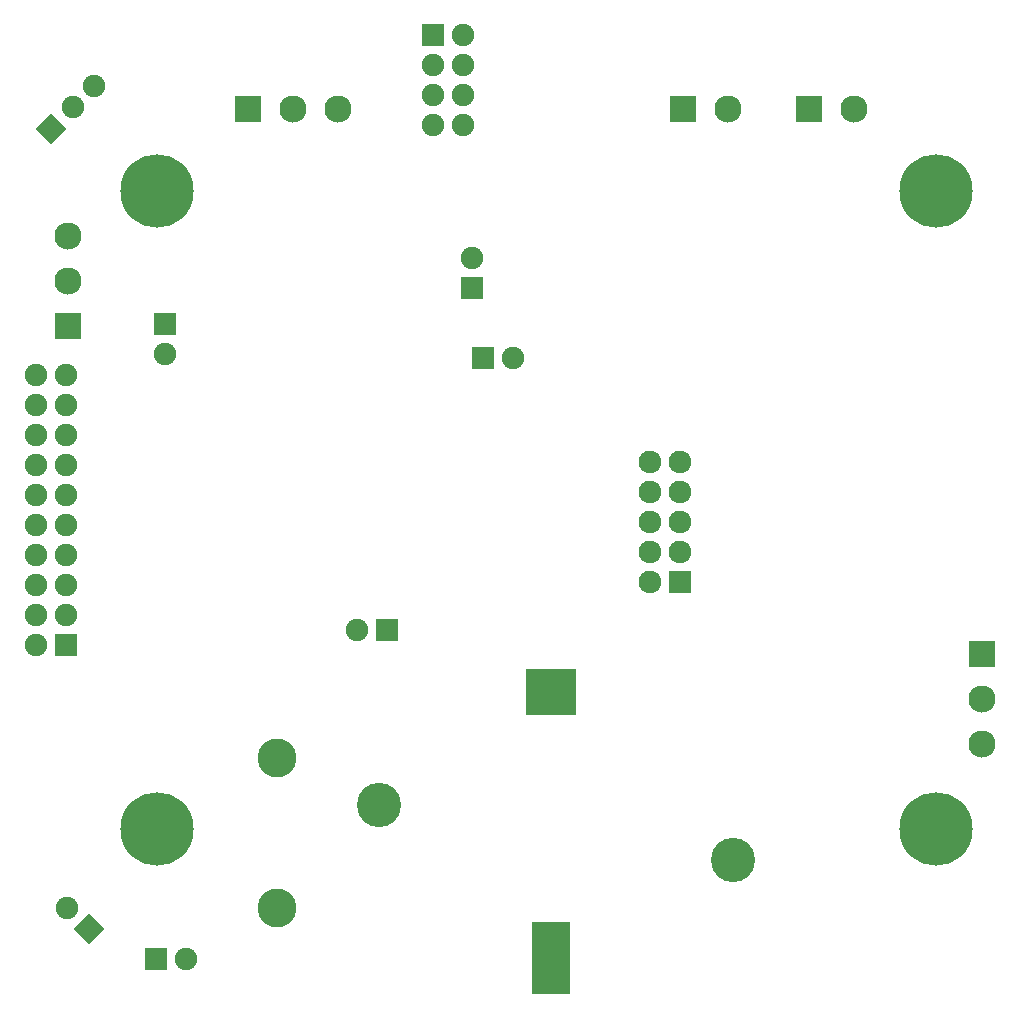
<source format=gbs>
G04*
G04 #@! TF.GenerationSoftware,Altium Limited,Altium Designer,20.2.4 (192)*
G04*
G04 Layer_Color=16711935*
%FSLAX44Y44*%
%MOMM*%
G71*
G04*
G04 #@! TF.SameCoordinates,03AB348B-DD29-4870-A44B-8DF697E34D15*
G04*
G04*
G04 #@! TF.FilePolarity,Negative*
G04*
G01*
G75*
%ADD51R,1.9032X1.9032*%
%ADD52C,1.9032*%
%ADD53R,1.9032X1.9032*%
%ADD54C,2.3000*%
%ADD55R,2.3000X2.3000*%
%ADD56R,2.3000X2.3000*%
%ADD57P,2.6915X4X180.0*%
%ADD58C,1.9282*%
%ADD59R,1.9282X1.9282*%
%ADD60P,2.6915X4X90.0*%
%ADD61C,3.3000*%
%ADD62C,6.2032*%
%ADD63C,3.7500*%
%ADD86R,3.2000X6.1000*%
%ADD87R,4.2000X3.9000*%
D51*
X156750Y577700D02*
D03*
X383540Y821690D02*
D03*
X72700Y305700D02*
D03*
X416750Y607550D02*
D03*
D52*
X156750Y552300D02*
D03*
X451500Y548750D02*
D03*
X408940Y821690D02*
D03*
X383540Y796290D02*
D03*
X408940D02*
D03*
X383540Y770890D02*
D03*
X408940D02*
D03*
X383540Y745490D02*
D03*
X408940D02*
D03*
X319600Y318500D02*
D03*
X74250Y82750D02*
D03*
X47300Y305700D02*
D03*
X72700Y331100D02*
D03*
X47300D02*
D03*
X72700Y356500D02*
D03*
X47300D02*
D03*
X72700Y381900D02*
D03*
X47300D02*
D03*
X72700Y407300D02*
D03*
X47300D02*
D03*
X72700Y432700D02*
D03*
X47300D02*
D03*
X72700Y458100D02*
D03*
X47300D02*
D03*
X72700Y483500D02*
D03*
X47300D02*
D03*
X72700Y508900D02*
D03*
X47300D02*
D03*
X72700Y534300D02*
D03*
X47300D02*
D03*
X174750Y39250D02*
D03*
X96700Y778690D02*
D03*
X416750Y632950D02*
D03*
X78740Y760730D02*
D03*
D53*
X426100Y548750D02*
D03*
X345000Y318500D02*
D03*
X149350Y39250D02*
D03*
D54*
X848360Y221900D02*
D03*
Y260000D02*
D03*
X265000Y759460D02*
D03*
X303100D02*
D03*
X75000Y614000D02*
D03*
Y652100D02*
D03*
X633730Y759460D02*
D03*
X740410D02*
D03*
D55*
X848360Y298100D02*
D03*
X75000Y575900D02*
D03*
D56*
X226900Y759460D02*
D03*
X702310D02*
D03*
X595630D02*
D03*
D57*
X92211Y64790D02*
D03*
D58*
X567300Y460800D02*
D03*
Y359200D02*
D03*
X592700Y460800D02*
D03*
X567300Y435400D02*
D03*
Y384600D02*
D03*
Y410000D02*
D03*
X592700Y435400D02*
D03*
Y384600D02*
D03*
Y410000D02*
D03*
D59*
X592800Y358950D02*
D03*
D60*
X60780Y742769D02*
D03*
D61*
X251440Y83190D02*
D03*
Y210190D02*
D03*
D62*
X150000Y150000D02*
D03*
X810000Y690000D02*
D03*
Y150000D02*
D03*
X150000Y690000D02*
D03*
D63*
X337840Y170190D02*
D03*
X637540Y123190D02*
D03*
D86*
X483750Y40750D02*
D03*
D87*
Y265750D02*
D03*
M02*

</source>
